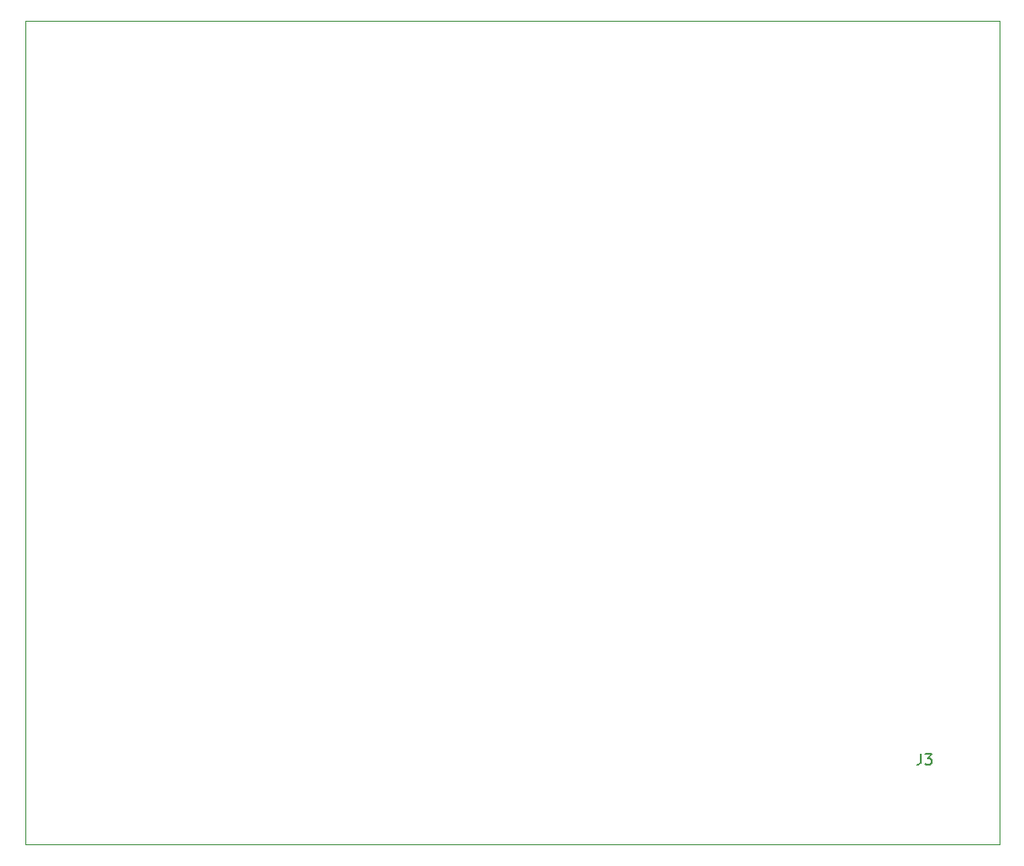
<source format=gto>
G04 #@! TF.GenerationSoftware,KiCad,Pcbnew,5.99.0-unknown-711fc99~101~ubuntu18.04.1*
G04 #@! TF.CreationDate,2020-06-08T21:24:47+05:30*
G04 #@! TF.ProjectId,paperd.ink_main_pcb,70617065-7264-42e6-996e-6b5f6d61696e,rev?*
G04 #@! TF.SameCoordinates,Original*
G04 #@! TF.FileFunction,Legend,Top*
G04 #@! TF.FilePolarity,Positive*
%FSLAX46Y46*%
G04 Gerber Fmt 4.6, Leading zero omitted, Abs format (unit mm)*
G04 Created by KiCad (PCBNEW 5.99.0-unknown-711fc99~101~ubuntu18.04.1) date 2020-06-08 21:24:47*
%MOMM*%
%LPD*%
G01*
G04 APERTURE LIST*
%ADD10C,0.150000*%
%ADD11C,0.120000*%
G04 APERTURE END LIST*
D10*
X186236666Y-131292380D02*
X186236666Y-132006666D01*
X186189047Y-132149523D01*
X186093809Y-132244761D01*
X185950952Y-132292380D01*
X185855714Y-132292380D01*
X186617619Y-131292380D02*
X187236666Y-131292380D01*
X186903333Y-131673333D01*
X187046190Y-131673333D01*
X187141428Y-131720952D01*
X187189047Y-131768571D01*
X187236666Y-131863809D01*
X187236666Y-132101904D01*
X187189047Y-132197142D01*
X187141428Y-132244761D01*
X187046190Y-132292380D01*
X186760476Y-132292380D01*
X186665238Y-132244761D01*
X186617619Y-132197142D01*
D11*
X102456000Y-62680000D02*
X193556000Y-62680000D01*
X193556000Y-62680000D02*
X193556000Y-139780000D01*
X102456000Y-139780000D02*
X193556000Y-139780000D01*
X102456000Y-62680000D02*
X102456000Y-139780000D01*
M02*

</source>
